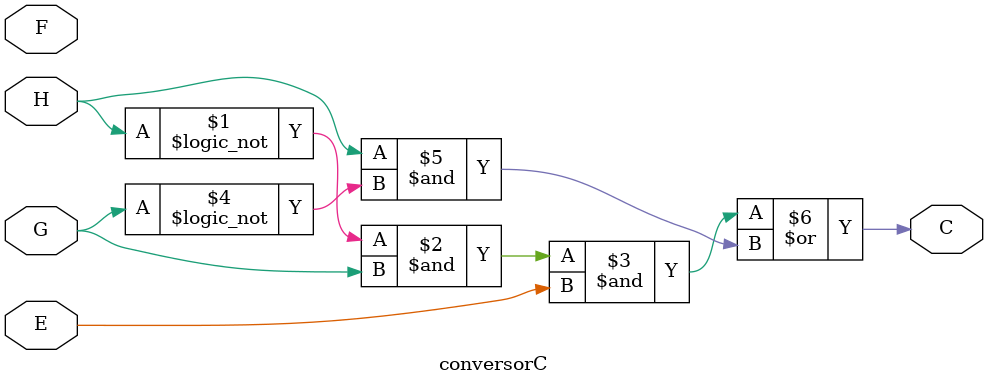
<source format=v>
module conversorC (
    input H,G,F,E,
    output C
);
    assign C = (!H & G & E) | (H & !G);
endmodule
</source>
